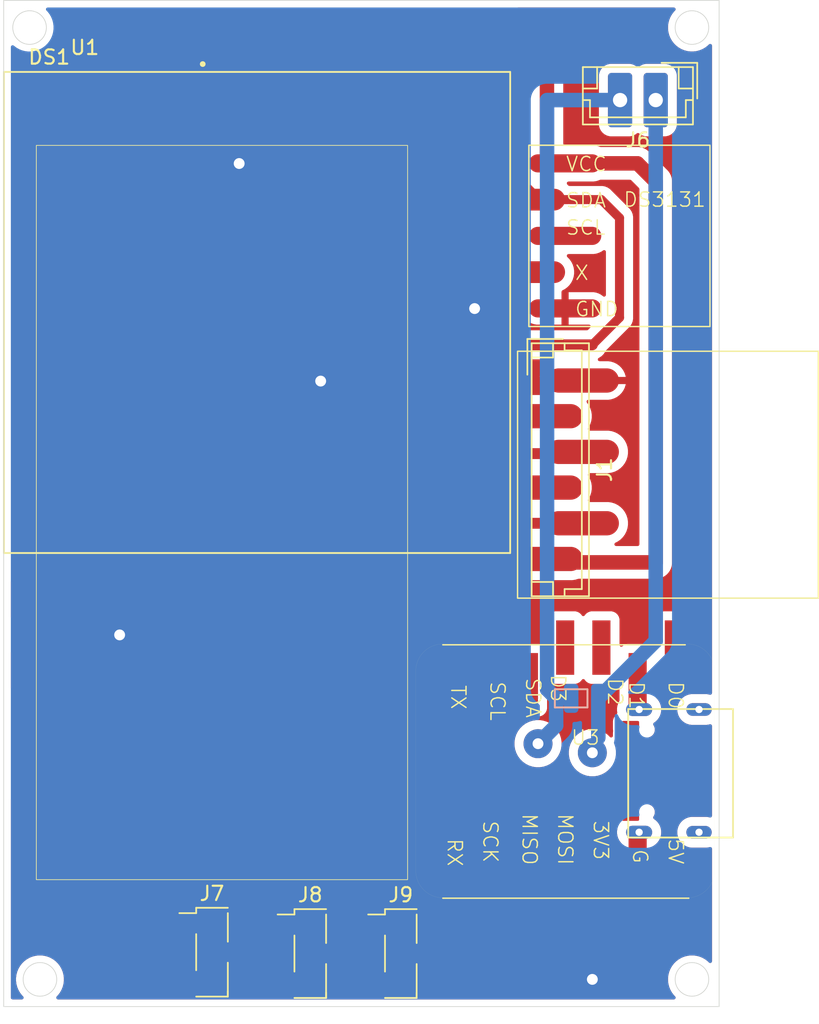
<source format=kicad_pcb>
(kicad_pcb (version 20241229) (generator "pcbnew") (generator_version "9.0")
  (layers (0 "F.Cu" signal) (2 "B.Cu" signal) (13 "F.Paste" user) (15 "B.Paste" user) (5 "F.SilkS" user "F.Silkscreen") (7 "B.SilkS" user "B.Silkscreen") (1 "F.Mask" user) (3 "B.Mask" user) (25 "Edge.Cuts" user))
  (net 0 "")
  (net 1 "GND")
  (net 2 "CLK")
  (net 3 "CS")
  (net 4 "3V3")
  (net 5 "MISO")
  (net 6 "MOSI")
  (net 7 "I2C_SCL")
  (net 8 "I2C_SDA")
  (net 9 "RX2")
  (net 10 "TX2")
  (net 11 "5V")
  (net 12 "BTN1")
  (net 13 "BTN2")
  (net 14 "BTN3")
  (net 38 "Net-(J6-Pin_2)")
  (net 39 "Net-(J6-Pin_1)")
  (footprint "DS3131:DS3231" (layer "F.Cu") (at 43.171982 15.228615)
    (property "Reference" "DS3131" (at 3.175 -1.27 0) (layer "F.SilkS") (effects (font (thickness 0.1))))
    (property "Value" "~")
    (fp_rect (start -6.35 -5.08) (end 6.35 7.62) (stroke (width 0.1)) (fill no) (layer "F.SilkS"))
    (fp_text user "GND" (at -3.175 6.985 0) (layer "F.SilkS") (effects (font (thickness 0.1)) (justify left bottom)))
    (fp_text user "SDA" (at -3.81 -0.635 0) (layer "F.SilkS") (effects (font (thickness 0.1)) (justify left bottom)))
    (fp_text user "SCL" (at -3.81 1.27 0) (layer "F.SilkS") (effects (font (thickness 0.1)) (justify left bottom)))
    (fp_text user "X" (at -3.175 4.445 0) (layer "F.SilkS") (effects (font (thickness 0.1)) (justify left bottom)))
    (fp_text user "VCC" (at -3.81 -3.175 0) (layer "F.SilkS") (effects (font (thickness 0.1)) (justify left bottom)))
    (pad "1" smd oval (at -5.08 -3.81) (size 5.08 1.27) (drill (offset 1.27 0)) (layers "F.Cu" "F.Mask" "F.Paste") (net 4 "3V3"))
    (pad "2" smd oval (at -5.08 -1.27) (size 5.08 1.524) (drill (offset -1.27 0)) (layers "F.Cu" "F.Mask" "F.Paste") (net 8 "I2C_SDA"))
    (pad "3" smd oval (at -5.08 1.27) (size 5.08 1.27) (drill (offset 1.27 0)) (layers "F.Cu" "F.Mask" "F.Paste") (net 7 "I2C_SCL"))
    (pad "4" smd oval (at -5.08 3.81) (size 5.08 1.524) (drill (offset -1.27 0)) (layers "F.Cu" "F.Mask" "F.Paste"))
    (pad "5" smd oval (at -5.08 6.35) (size 5.08 1.27) (drill (offset 1.27 0)) (layers "F.Cu" "F.Mask" "F.Paste") (net 1 "GND"))
  )
  (footprint "Connector_PinHeader_2.00mm:PinHeader_1x03_P2.00mm_Vertical_SMD_Pin1Left" (layer "F.Cu") (at 27.845 66.77)
    (property "Reference" "J9" (at 0 -4.11 0) (layer "F.SilkS"))
    (property "Value" "BTN3")
    (fp_line (start -1.11 -3.11) (end -1.11 -2.735) (stroke (width 0.12)) (layer "F.SilkS"))
    (fp_line (start -1.11 -3.11) (end 1.11 -3.11) (stroke (width 0.12)) (layer "F.SilkS"))
    (fp_line (start -1.11 -2.735) (end -2.29 -2.735) (stroke (width 0.12)) (layer "F.SilkS"))
    (fp_line (start -1.11 -1.265) (end -1.11 1.265) (stroke (width 0.12)) (layer "F.SilkS"))
    (fp_line (start -1.11 3.11) (end 1.11 3.11) (stroke (width 0.12)) (layer "F.SilkS"))
    (fp_line (start 1.11 -2.735) (end 1.11 -0.735) (stroke (width 0.12)) (layer "F.SilkS"))
    (fp_line (start 1.11 0.735) (end 1.11 3.11) (stroke (width 0.12)) (layer "F.SilkS"))
    (fp_line (start 1.11 2.735) (end 1.11 3.11) (stroke (width 0.12)) (layer "F.SilkS"))
    (pad "1" smd rect (at -1.175 -2) (size 2.35 0.85) (layers "F.Cu" "F.Mask" "F.Paste") (net 14 "BTN3"))
    (pad "2" smd rect (at 1.175 0) (size 2.35 0.85) (layers "F.Cu" "F.Mask" "F.Paste") (net 4 "3V3"))
    (pad "3" smd rect (at -1.175 2) (size 2.35 0.85) (layers "F.Cu" "F.Mask" "F.Paste") (net 1 "GND"))
  )
  (footprint "XIAO_NRF52840:XIAO_NRF52840" (layer "F.Cu") (at 40.789538 52.142962)
    (property "Reference" "U3" (at 0 -0.5 0) (layer "F.SilkS") (effects (font (thickness 0.1))))
    (property "Value" "~")
    (fp_line (start -11.897038 -5.152962) (end -11.897038 8.817038) (stroke (width 0.00254)) (layer "F.SilkS"))
    (fp_line (start -10 -7) (end 7 -7) (stroke (width 0.1)) (layer "F.SilkS"))
    (fp_line (start -10 10.75) (end 7.25 10.75) (stroke (width 0.1)) (layer "F.SilkS"))
    (fp_line (start 3 -2.5) (end 10.35 -2.5) (stroke (width 0.127)) (layer "F.SilkS"))
    (fp_line (start 3 6.5) (end 3 -2.5) (stroke (width 0.127)) (layer "F.SilkS"))
    (fp_line (start 9.057962 8.817038) (end 9.057962 -5.152962) (stroke (width 0.00254)) (layer "F.SilkS"))
    (fp_line (start 10.35 -2.5) (end 10.35 6.5) (stroke (width 0.127)) (layer "F.SilkS"))
    (fp_line (start 10.35 6.5) (end 3 6.5) (stroke (width 0.127)) (layer "F.SilkS"))
    (fp_arc (start -11.897038 -5.152962) (mid -11.339076 -6.5) (end -9.992038 -7.057962) (stroke (width 0.00254)) (layer "F.SilkS"))
    (fp_arc (start -9.992038 10.722038) (mid -11.339076 10.164076) (end -11.897038 8.817038) (stroke (width 0.00254)) (layer "F.SilkS"))
    (fp_arc (start 7.152962 -7.057962) (mid 8.5 -6.5) (end 9.057962 -5.152962) (stroke (width 0.00254)) (layer "F.SilkS"))
    (fp_arc (start 9.057962 8.817038) (mid 8.5 10.164076) (end 7.152962 10.722038) (stroke (width 0.00254)) (layer "F.SilkS"))
    (fp_line (start -2.143 -3.885) (end -2.143 -2.615) (stroke (width 0.127)) (layer "B.SilkS"))
    (fp_line (start -2.143 -3.885) (end -2.143 -2.615) (stroke (width 0.127)) (layer "B.SilkS"))
    (fp_line (start -2.143 -2.615) (end 0.143 -2.615) (stroke (width 0.127)) (layer "B.SilkS"))
    (fp_line (start -2.143 -2.615) (end 0.143 -2.615) (stroke (width 0.127)) (layer "B.SilkS"))
    (fp_line (start 0.143 -3.885) (end -2.143 -3.885) (stroke (width 0.127)) (layer "B.SilkS"))
    (fp_line (start 0.143 -3.885) (end -2.143 -3.885) (stroke (width 0.127)) (layer "B.SilkS"))
    (fp_line (start 0.143 -2.615) (end 0.143 -3.885) (stroke (width 0.127)) (layer "B.SilkS"))
    (fp_line (start 0.143 -2.615) (end 0.143 -3.885) (stroke (width 0.127)) (layer "B.SilkS"))
    (fp_text user "MOSI" (at -2 4.75 270) (layer "F.SilkS") (effects (font (thickness 0.1)) (justify left bottom)))
    (fp_text user "D0" (at 5.75 -4.5 270) (layer "F.SilkS") (effects (font (thickness 0.1)) (justify left bottom)))
    (fp_text user "5V" (at 5.75 6.5 270) (layer "F.SilkS") (effects (font (thickness 0.1)) (justify left bottom)))
    (fp_text user "3V3" (at 0.5 5.25 270) (layer "F.SilkS") (effects (font (thickness 0.1)) (justify left bottom)))
    (fp_text user "D2" (at 1.5 -4.75 270) (layer "F.SilkS") (effects (font (thickness 0.1)) (justify left bottom)))
    (fp_text user "SCK" (at -7.25 5.25 270) (layer "F.SilkS") (effects (font (thickness 0.1)) (justify left bottom)))
    (fp_text user "D3" (at -2.5 -5 270) (layer "F.SilkS") (effects (font (thickness 0.1)) (justify left bottom)))
    (fp_text user "TX" (at -9.5 -4.25 270) (layer "F.SilkS") (effects (font (thickness 0.1)) (justify left bottom)))
    (fp_text user "MISO" (at -4.5 4.75 270) (layer "F.SilkS") (effects (font (thickness 0.1)) (justify left bottom)))
    (fp_text user "SDA" (at -4.25 -4.75 270) (layer "F.SilkS") (effects (font (thickness 0.1)) (justify left bottom)))
    (fp_text user "G" (at 3.25 7.25 270) (layer "F.SilkS") (effects (font (thickness 0.1)) (justify left bottom)))
    (fp_text user "D1" (at 3 -4.5 270) (layer "F.SilkS") (effects (font (thickness 0.1)) (justify left bottom)))
    (fp_text user "SCL" (at -6.75 -4.5 270) (layer "F.SilkS") (effects (font (thickness 0.1)) (justify left bottom)))
    (fp_text user "RX" (at -9.75 6.5 270) (layer "F.SilkS") (effects (font (thickness 0.1)) (justify left bottom)))
    (pad "" np_thru_hole circle (at 4.315962 -1.057962 180) (size 0.6 0.6) (drill 0.6) (layers "*.Cu" "*.Mask"))
    (pad "" np_thru_hole circle (at 4.315962 4.722038 180) (size 0.6 0.6) (drill 0.6) (layers "*.Cu" "*.Mask"))
    (pad "1" smd rect (at -9.039538 9.452038) (size 1.27 3.81) (drill (offset 0 1.27)) (layers "F.Cu" "F.Mask" "F.Paste"))
    (pad "2" smd rect (at -6.499538 9.452038) (size 1.27 3.81) (drill (offset 0 -1.016)) (layers "F.Cu" "F.Mask" "F.Paste"))
    (pad "3" smd rect (at -3.959538 9.452038) (size 1.27 3.81) (drill (offset 0 1.27)) (layers "F.Cu" "F.Mask" "F.Paste"))
    (pad "4" smd rect (at -1.419538 9.452038) (size 1.27 3.81) (drill (offset 0 -1.016)) (layers "F.Cu" "F.Mask" "F.Paste"))
    (pad "5" smd rect (at 1.120462 9.452038) (size 1.27 3.81) (drill (offset 0 1.27)) (layers "F.Cu" "F.Mask" "F.Paste") (net 4 "3V3"))
    (pad "6" smd rect (at 3.660462 9.452038) (size 1.27 3.81) (drill (offset 0 -1.016)) (layers "F.Cu" "F.Mask" "F.Paste") (net 1 "GND"))
    (pad "7" smd rect (at 6.200462 9.452038) (size 1.27 3.81) (drill (offset 0 1.27)) (layers "F.Cu" "F.Mask" "F.Paste"))
    (pad "8" smd rect (at -9.039538 -5.787962) (size 1.27 3.81) (drill (offset 0 1.27)) (layers "F.Cu" "F.Mask" "F.Paste") (net 9 "RX2"))
    (pad "9" smd rect (at -6.499538 -5.787962) (size 1.27 3.81) (drill (offset 0 -1.016)) (layers "F.Cu" "F.Mask" "F.Paste"))
    (pad "10" smd rect (at -3.959538 -5.787962) (size 1.27 3.81) (drill (offset 0 1.27)) (layers "F.Cu" "F.Mask" "F.Paste"))
    (pad "11" smd rect (at -1.419538 -5.787962) (size 1.27 3.81) (drill (offset 0 -1.016)) (layers "F.Cu" "F.Mask" "F.Paste"))
    (pad "12" smd rect (at 1.120462 -5.787962) (size 1.27 3.81) (drill (offset 0 -1.016)) (layers "F.Cu" "F.Mask" "F.Paste"))
    (pad "13" smd rect (at 3.660462 -5.787962) (size 1.27 3.81) (drill (offset 0 1.27)) (layers "F.Cu" "F.Mask" "F.Paste"))
    (pad "14" smd rect (at 6.200462 -5.787962) (size 1.27 3.81) (drill (offset 0 -1.016)) (layers "F.Cu" "F.Mask" "F.Paste"))
    (pad "15" smd roundrect (at -1 -3.25 270) (size 2.032 1.016) (layers "B.Cu" "B.Mask" "B.Paste") (net 38 "Net-(J6-Pin_2)"))
    (pad "16" smd roundrect (at 0.905 -3.25 90) (size 2.032 1.016) (layers "B.Cu" "B.Mask" "B.Paste") (net 39 "Net-(J6-Pin_1)"))
    (pad "A1_B12" smd roundrect (at 3.165962 5.032038 180) (size 1.2 0.6) (layers "F.Cu" "F.Mask" "F.Paste") (roundrect_rratio 0.15))
    (pad "A4_B9" smd roundrect (at 3.165962 4.232038 180) (size 1.2 0.6) (layers "F.Cu" "F.Mask" "F.Paste") (roundrect_rratio 0.15))
    (pad "A5" smd roundrect (at 3.165962 3.082038 180) (size 1.2 0.3) (layers "F.Cu" "F.Mask" "F.Paste") (roundrect_rratio 0.15))
    (pad "A6" smd roundrect (at 3.165962 2.082038 180) (size 1.2 0.3) (layers "F.Cu" "F.Mask" "F.Paste") (roundrect_rratio 0.15))
    (pad "A7" smd roundrect (at 3.165962 1.582038 180) (size 1.2 0.3) (layers "F.Cu" "F.Mask" "F.Paste") (roundrect_rratio 0.15))
    (pad "A8" smd roundrect (at 3.165962 0.582038 180) (size 1.2 0.3) (layers "F.Cu" "F.Mask" "F.Paste") (roundrect_rratio 0.15))
    (pad "B1_A12" smd roundrect (at 3.165962 -1.367962 180) (size 1.2 0.6) (layers "F.Cu" "F.Mask" "F.Paste") (roundrect_rratio 0.15))
    (pad "B4_A9" smd roundrect (at 3.165962 -0.567962 180) (size 1.2 0.6) (layers "F.Cu" "F.Mask" "F.Paste") (roundrect_rratio 0.15))
    (pad "B5" smd roundrect (at 3.165962 0.082038 180) (size 1.2 0.3) (layers "F.Cu" "F.Mask" "F.Paste") (roundrect_rratio 0.15))
    (pad "B6" smd roundrect (at 3.165962 1.082038 180) (size 1.2 0.3) (layers "F.Cu" "F.Mask" "F.Paste") (roundrect_rratio 0.15))
    (pad "B7" smd roundrect (at 3.165962 2.582038 180) (size 1.2 0.3) (layers "F.Cu" "F.Mask" "F.Paste") (roundrect_rratio 0.15))
    (pad "B8" smd roundrect (at 3.165962 3.582038 180) (size 1.2 0.3) (layers "F.Cu" "F.Mask" "F.Paste") (roundrect_rratio 0.15))
    (pad "S1" thru_hole oval (at 7.965962 6.132038 180) (size 1.778 0.889) (drill 0.508) (layers "*.Cu" "*.Mask"))
    (pad "S2" thru_hole oval (at 7.965962 -2.467962 180) (size 1.778 0.889) (drill 0.508) (layers "*.Cu" "*.Mask"))
    (pad "S3" thru_hole oval (at 3.765962 6.132038 180) (size 1.8288 0.9144) (drill 0.508) (layers "*.Cu" "*.Mask"))
    (pad "S4" thru_hole oval (at 3.765962 -2.467962 180) (size 1.8288 0.9144) (drill 0.508) (layers "*.Cu" "*.Mask"))
  )
  (footprint "OLED_128x64_1.3_I2C:LCD_OLED_128X64_1.3_I2C" (layer "F.Cu") (at 17.763965 21.863013)
    (property "Reference" "DS1" (at -14.575 -17.885 0) (layer "F.SilkS"))
    (property "Value" "OLED_128X64_1.3_I2C")
    (fp_line (start -17.75 -16.85) (end 17.75 -16.85) (stroke (width 0.127)) (layer "F.SilkS"))
    (fp_line (start -17.75 16.85) (end -17.75 -16.85) (stroke (width 0.127)) (layer "F.SilkS"))
    (fp_line (start 17.75 -16.85) (end 17.75 16.85) (stroke (width 0.127)) (layer "F.SilkS"))
    (fp_line (start 17.75 16.85) (end -17.75 16.85) (stroke (width 0.127)) (layer "F.SilkS"))
    (fp_circle (center -3.81 -17.4) (end -3.71 -17.4) (stroke (width 0.2)) (fill no) (layer "F.SilkS"))
    (pad "1" smd oval (at -3.81 -15.55) (size 1.524 5.08) (drill (offset 0 1.27)) (layers "F.Cu" "F.Mask" "F.Paste") (net 4 "3V3"))
    (pad "2" smd oval (at -1.27 -15.55) (size 1.524 5.08) (drill (offset 0 -1.27)) (layers "F.Cu" "F.Mask" "F.Paste") (net 1 "GND"))
    (pad "3" smd oval (at 1.27 -15.55) (size 1.524 5.08) (drill (offset 0 1.27)) (layers "F.Cu" "F.Mask" "F.Paste") (net 7 "I2C_SCL"))
    (pad "4" smd oval (at 3.81 -15.55) (size 1.524 5.08) (drill (offset 0 -1.27)) (layers "F.Cu" "F.Mask" "F.Paste") (net 8 "I2C_SDA"))
  )
  (footprint "Connector_JST:JST_EH_B2B-EH-A_1x02_P2.50mm_Vertical" (layer "F.Cu") (at 45.72 6.985 180)
    (property "Reference" "J6" (at 1.25 -2.8 0) (layer "F.SilkS"))
    (property "Value" "PWR")
    (fp_line (start 5.11 2.31) (end 5.11 -1.71) (stroke (width 0.12)) (layer "F.SilkS"))
    (fp_line (start 5.11 0.81) (end 4.11 0.81) (stroke (width 0.12)) (layer "F.SilkS"))
    (fp_line (start 5.11 -1.71) (end -2.61 -1.71) (stroke (width 0.12)) (layer "F.SilkS"))
    (fp_line (start 4.61 0) (end 5.11 0) (stroke (width 0.12)) (layer "F.SilkS"))
    (fp_line (start 4.61 -1.21) (end 4.61 0) (stroke (width 0.12)) (layer "F.SilkS"))
    (fp_line (start 4.11 0.81) (end 4.11 2.31) (stroke (width 0.12)) (layer "F.SilkS"))
    (fp_line (start -1.61 0.81) (end -1.61 2.31) (stroke (width 0.12)) (layer "F.SilkS"))
    (fp_line (start -2.11 0) (end -2.11 -1.21) (stroke (width 0.12)) (layer "F.SilkS"))
    (fp_line (start -2.11 -1.21) (end 4.61 -1.21) (stroke (width 0.12)) (layer "F.SilkS"))
    (fp_line (start -2.61 2.31) (end 5.11 2.31) (stroke (width 0.12)) (layer "F.SilkS"))
    (fp_line (start -2.61 0.81) (end -1.61 0.81) (stroke (width 0.12)) (layer "F.SilkS"))
    (fp_line (start -2.61 0) (end -2.11 0) (stroke (width 0.12)) (layer "F.SilkS"))
    (fp_line (start -2.61 -1.71) (end -2.61 2.31) (stroke (width 0.12)) (layer "F.SilkS"))
    (fp_line (start -2.91 2.61) (end -0.41 2.61) (stroke (width 0.12)) (layer "F.SilkS"))
    (fp_line (start -2.91 0.11) (end -2.91 2.61) (stroke (width 0.12)) (layer "F.SilkS"))
    (pad "1" thru_hole roundrect (at 0 0 180) (size 1.7 3.81) (drill 1) (layers "*.Cu" "*.Mask") (roundrect_rratio 0.147059) (net 39 "Net-(J6-Pin_1)"))
    (pad "2" thru_hole roundrect (at 2.5 0 180) (size 1.7 3.81) (drill 1) (layers "*.Cu" "*.Mask") (roundrect_rratio 0.147059) (net 38 "Net-(J6-Pin_2)"))
  )
  (footprint "Connector_PinHeader_2.00mm:PinHeader_1x03_P2.00mm_Vertical_SMD_Pin1Left" (layer "F.Cu") (at 14.605 66.675)
    (property "Reference" "J7" (at 0 -4.11 0) (layer "F.SilkS"))
    (property "Value" "BTN1")
    (fp_line (start -1.11 -3.11) (end -1.11 -2.735) (stroke (width 0.12)) (layer "F.SilkS"))
    (fp_line (start -1.11 -3.11) (end 1.11 -3.11) (stroke (width 0.12)) (layer "F.SilkS"))
    (fp_line (start -1.11 -2.735) (end -2.29 -2.735) (stroke (width 0.12)) (layer "F.SilkS"))
    (fp_line (start -1.11 -1.265) (end -1.11 1.265) (stroke (width 0.12)) (layer "F.SilkS"))
    (fp_line (start -1.11 3.11) (end 1.11 3.11) (stroke (width 0.12)) (layer "F.SilkS"))
    (fp_line (start 1.11 -2.735) (end 1.11 -0.735) (stroke (width 0.12)) (layer "F.SilkS"))
    (fp_line (start 1.11 0.735) (end 1.11 3.11) (stroke (width 0.12)) (layer "F.SilkS"))
    (fp_line (start 1.11 2.735) (end 1.11 3.11) (stroke (width 0.12)) (layer "F.SilkS"))
    (pad "1" smd rect (at -1.175 -2) (size 2.35 0.85) (layers "F.Cu" "F.Mask" "F.Paste") (net 12 "BTN1"))
    (pad "2" smd rect (at 1.175 0) (size 2.35 0.85) (layers "F.Cu" "F.Mask" "F.Paste") (net 4 "3V3"))
    (pad "3" smd rect (at -1.175 2) (size 2.35 0.85) (layers "F.Cu" "F.Mask" "F.Paste") (net 1 "GND"))
  )
  (footprint "Connector_PinHeader_2.00mm:PinHeader_1x03_P2.00mm_Vertical_SMD_Pin1Left" (layer "F.Cu") (at 21.495 66.77)
    (property "Reference" "J8" (at 0 -4.11 0) (layer "F.SilkS"))
    (property "Value" "BTN2")
    (fp_line (start -1.11 -3.11) (end -1.11 -2.735) (stroke (width 0.12)) (layer "F.SilkS"))
    (fp_line (start -1.11 -3.11) (end 1.11 -3.11) (stroke (width 0.12)) (layer "F.SilkS"))
    (fp_line (start -1.11 -2.735) (end -2.29 -2.735) (stroke (width 0.12)) (layer "F.SilkS"))
    (fp_line (start -1.11 -1.265) (end -1.11 1.265) (stroke (width 0.12)) (layer "F.SilkS"))
    (fp_line (start -1.11 3.11) (end 1.11 3.11) (stroke (width 0.12)) (layer "F.SilkS"))
    (fp_line (start 1.11 -2.735) (end 1.11 -0.735) (stroke (width 0.12)) (layer "F.SilkS"))
    (fp_line (start 1.11 0.735) (end 1.11 3.11) (stroke (width 0.12)) (layer "F.SilkS"))
    (fp_line (start 1.11 2.735) (end 1.11 3.11) (stroke (width 0.12)) (layer "F.SilkS"))
    (pad "1" smd rect (at -1.175 -2) (size 2.35 0.85) (layers "F.Cu" "F.Mask" "F.Paste") (net 13 "BTN2"))
    (pad "2" smd rect (at 1.175 0) (size 2.35 0.85) (layers "F.Cu" "F.Mask" "F.Paste") (net 4 "3V3"))
    (pad "3" smd rect (at -1.175 2) (size 2.35 0.85) (layers "F.Cu" "F.Mask" "F.Paste") (net 1 "GND"))
  )
  (footprint "ESP32-DEVKITC-32D:MODULE_ESP32-DEVKITC-32D" (layer "F.Cu") (at 16.51 31.75)
    (property "Reference" "U1" (at -10.829175 -28.446045 0) (layer "F.SilkS") (effects (font (size 1.000386 1.000386))))
    (property "Value" "ESP32-DEVKITC-32D")
    (fp_rect (start -14.224 -21.59) (end 11.811 29.845) (stroke (width 0.05)) (fill no) (layer "F.SilkS"))
    (pad "J2-1" smd rect (at -12.7 -20.32) (size 3.81 1.27) (drill (offset 1.27 0)) (layers "F.Cu" "F.Mask" "F.Paste") (net 4 "3V3"))
    (pad "J2-2" smd rect (at -12.7 -17.78) (size 3.81 1.27) (drill (offset -1.27 0)) (layers "F.Cu" "F.Mask" "F.Paste"))
    (pad "J2-3" smd rect (at -12.7 -15.24) (size 3.81 1.27) (drill (offset 1.27 0)) (layers "F.Cu" "F.Mask" "F.Paste"))
    (pad "J2-4" smd rect (at -12.7 -12.7) (size 3.81 1.27) (drill (offset -1.27 0)) (layers "F.Cu" "F.Mask" "F.Paste"))
    (pad "J2-5" smd rect (at -12.7 -10.16) (size 3.81 1.27) (drill (offset 1.27 0)) (layers "F.Cu" "F.Mask" "F.Paste"))
    (pad "J2-6" smd rect (at -12.7 -7.62) (size 3.81 1.27) (drill (offset -1.27 0)) (layers "F.Cu" "F.Mask" "F.Paste"))
    (pad "J2-7" smd rect (at -12.7 -5.08) (size 3.81 1.27) (drill (offset 1.27 0)) (layers "F.Cu" "F.Mask" "F.Paste"))
    (pad "J2-8" smd rect (at -12.7 -2.54) (size 3.81 1.27) (drill (offset -1.27 0)) (layers "F.Cu" "F.Mask" "F.Paste"))
    (pad "J2-9" smd rect (at -12.7 0) (size 3.81 1.27) (drill (offset 1.27 0)) (layers "F.Cu" "F.Mask" "F.Paste"))
    (pad "J2-10" smd rect (at -12.7 2.54) (size 3.81 1.27) (drill (offset -1.27 0)) (layers "F.Cu" "F.Mask" "F.Paste"))
    (pad "J2-11" smd rect (at -12.7 5.08) (size 3.81 1.27) (drill (offset 1.27 0)) (layers "F.Cu" "F.Mask" "F.Paste"))
    (pad "J2-12" smd rect (at -12.7 7.62) (size 3.81 1.27) (drill (offset -1.27 0)) (layers "F.Cu" "F.Mask" "F.Paste"))
    (pad "J2-13" smd rect (at -12.7 10.16) (size 3.81 1.27) (drill (offset 1.27 0)) (layers "F.Cu" "F.Mask" "F.Paste"))
    (pad "J2-14" smd rect (at -12.7 12.7) (size 3.81 1.27) (drill (offset -1.27 0)) (layers "F.Cu" "F.Mask" "F.Paste") (net 1 "GND"))
    (pad "J2-15" smd rect (at -12.7 15.24) (size 3.81 1.27) (drill (offset 1.27 0)) (layers "F.Cu" "F.Mask" "F.Paste"))
    (pad "J2-16" smd rect (at -12.7 17.78) (size 3.81 1.27) (drill (offset -1.27 0)) (layers "F.Cu" "F.Mask" "F.Paste"))
    (pad "J2-17" smd rect (at -12.7 20.32) (size 3.81 1.27) (drill (offset 1.27 0)) (layers "F.Cu" "F.Mask" "F.Paste"))
    (pad "J2-18" smd rect (at -12.7 22.86) (size 3.81 1.27) (drill (offset -1.27 0)) (layers "F.Cu" "F.Mask" "F.Paste"))
    (pad "J2-19" smd rect (at -12.7 25.4) (size 3.81 1.27) (drill (offset 1.27 0)) (layers "F.Cu" "F.Mask" "F.Paste") (net 11 "5V"))
    (pad "J3-1" smd rect (at 10.16 -20.32) (size 3.81 1.27) (drill (offset 1.27 0)) (layers "F.Cu" "F.Mask" "F.Paste") (net 1 "GND"))
    (pad "J3-2" smd rect (at 10.16 -17.78) (size 3.81 1.27) (drill (offset -1.27 0)) (layers "F.Cu" "F.Mask" "F.Paste") (net 6 "MOSI"))
    (pad "J3-3" smd rect (at 10.16 -15.24) (size 3.81 1.27) (drill (offset 1.27 0)) (layers "F.Cu" "F.Mask" "F.Paste") (net 7 "I2C_SCL"))
    (pad "J3-4" smd rect (at 10.16 -12.7) (size 3.81 1.27) (drill (offset -1.27 0)) (layers "F.Cu" "F.Mask" "F.Paste"))
    (pad "J3-5" smd rect (at 10.16 -10.16) (size 3.81 1.27) (drill (offset 1.27 0)) (layers "F.Cu" "F.Mask" "F.Paste"))
    (pad "J3-6" smd rect (at 10.16 -7.62) (size 3.81 1.27) (drill (offset -1.27 0)) (layers "F.Cu" "F.Mask" "F.Paste") (net 8 "I2C_SDA"))
    (pad "J3-7" smd rect (at 10.16 -5.08) (size 3.81 1.27) (drill (offset 1.27 0)) (layers "F.Cu" "F.Mask" "F.Paste") (net 1 "GND"))
    (pad "J3-8" smd rect (at 10.16 -2.54) (size 3.81 1.27) (drill (offset -1.27 0)) (layers "F.Cu" "F.Mask" "F.Paste") (net 5 "MISO"))
    (pad "J3-9" smd rect (at 10.16 0) (size 3.81 1.016) (drill (offset 1.27 0)) (layers "F.Cu" "F.Mask" "F.Paste") (net 2 "CLK"))
    (pad "J3-10" smd rect (at 10.16 2.54) (size 3.81 1.016) (drill (offset -1.27 0)) (layers "F.Cu" "F.Mask" "F.Paste") (net 3 "CS"))
    (pad "J3-11" smd rect (at 10.16 5.08) (size 3.81 1.27) (drill (offset 1.27 0)) (layers "F.Cu" "F.Mask" "F.Paste") (net 10 "TX2"))
    (pad "J3-12" smd rect (at 10.16 7.62) (size 3.81 1.27) (drill (offset -1.27 0)) (layers "F.Cu" "F.Mask" "F.Paste") (net 9 "RX2"))
    (pad "J3-13" smd rect (at 10.16 10.16) (size 3.81 1.27) (drill (offset 1.27 0)) (layers "F.Cu" "F.Mask" "F.Paste") (net 12 "BTN1"))
    (pad "J3-14" smd rect (at 10.16 12.7) (size 3.81 1.27) (drill (offset -1.27 0)) (layers "F.Cu" "F.Mask" "F.Paste") (net 13 "BTN2"))
    (pad "J3-15" smd rect (at 10.16 15.24) (size 3.81 1.27) (drill (offset 1.27 0)) (layers "F.Cu" "F.Mask" "F.Paste") (net 14 "BTN3"))
    (pad "J3-16" smd rect (at 10.16 17.78) (size 3.81 1.27) (drill (offset -1.27 0)) (layers "F.Cu" "F.Mask" "F.Paste"))
    (pad "J3-17" smd rect (at 10.16 20.32) (size 3.81 1.27) (drill (offset 1.27 0)) (layers "F.Cu" "F.Mask" "F.Paste"))
    (pad "J3-18" smd rect (at 10.16 22.86) (size 3.81 1.27) (drill (offset -1.27 0)) (layers "F.Cu" "F.Mask" "F.Paste"))
    (pad "J3-19" smd rect (at 10.16 25.4) (size 3.81 1.27) (drill (offset 1.27 0)) (layers "F.Cu" "F.Mask" "F.Paste"))
  )
  (footprint "Connector_JST:JST_EH_B6B-EH-A_1x06_P2.50mm_Vertical" (layer "F.Cu") (at 39.328363 26.629913 -90)
    (property "Reference" "J1" (at 6.25 -2.8 90) (layer "F.SilkS"))
    (property "Value" "Conn_01x06_Socket")
    (fp_line (start -2.91 2.61) (end -0.41 2.61) (stroke (width 0.12)) (layer "F.SilkS"))
    (fp_line (start -2.61 2.31) (end 15.11 2.31) (stroke (width 0.12)) (layer "F.SilkS"))
    (fp_line (start 15.11 2.31) (end 15.11 -1.71) (stroke (width 0.12)) (layer "F.SilkS"))
    (fp_line (start -2.61 0.81) (end -1.61 0.81) (stroke (width 0.12)) (layer "F.SilkS"))
    (fp_line (start -1.61 0.81) (end -1.61 2.31) (stroke (width 0.12)) (layer "F.SilkS"))
    (fp_line (start 14.11 0.81) (end 14.11 2.31) (stroke (width 0.12)) (layer "F.SilkS"))
    (fp_line (start 15.11 0.81) (end 14.11 0.81) (stroke (width 0.12)) (layer "F.SilkS"))
    (fp_line (start -2.91 0.11) (end -2.91 2.61) (stroke (width 0.12)) (layer "F.SilkS"))
    (fp_line (start -2.61 0) (end -2.11 0) (stroke (width 0.12)) (layer "F.SilkS"))
    (fp_line (start -2.11 0) (end -2.11 -1.21) (stroke (width 0.12)) (layer "F.SilkS"))
    (fp_line (start 14.61 0) (end 15.11 0) (stroke (width 0.12)) (layer "F.SilkS"))
    (fp_line (start -2.11 -1.21) (end 14.61 -1.21) (stroke (width 0.12)) (layer "F.SilkS"))
    (fp_line (start 14.61 -1.21) (end 14.61 0) (stroke (width 0.12)) (layer "F.SilkS"))
    (fp_line (start -2.61 -1.71) (end -2.61 2.31) (stroke (width 0.12)) (layer "F.SilkS"))
    (fp_line (start 15.11 -1.71) (end -2.61 -1.71) (stroke (width 0.12)) (layer "F.SilkS"))
    (pad "1" smd oval (at 0 0 270) (size 1.7 5.08) (drill (offset 0 -1.27)) (layers "F.Cu" "F.Mask" "F.Paste") (net 1 "GND"))
    (pad "2" smd oval (at 2.5 0 270) (size 1.7 5.08) (drill (offset 0 1.27)) (layers "F.Cu" "F.Mask" "F.Paste") (net 5 "MISO"))
    (pad "3" smd oval (at 5 0 270) (size 1.7 5.08) (drill (offset 0 -1.27)) (layers "F.Cu" "F.Mask" "F.Paste") (net 2 "CLK"))
    (pad "4" smd oval (at 7.5 0 270) (size 1.7 5.08) (drill (offset 0 1.27)) (layers "F.Cu" "F.Mask" "F.Paste") (net 6 "MOSI"))
    (pad "5" smd oval (at 10 0 270) (size 1.7 5.08) (drill (offset 0 -1.27)) (layers "F.Cu" "F.Mask" "F.Paste") (net 3 "CS"))
    (pad "6" smd oval (at 12.5 0 270) (size 1.7 5.08) (drill (offset 0 1.27)) (layers "F.Cu" "F.Mask" "F.Paste") (net 4 "3V3"))
  )
  (gr_rect (start 36.031297 24.57983) (end 57.121297 41.87483) (stroke (width 0.1)) (fill no) (layer "F.SilkS"))
  (gr_circle (center 1.813026 1.905) (end 1.360418 2.992608) (stroke (width 0.05)) (fill no) (layer "Edge.Cuts"))
  (gr_circle (center 2.54 68.58) (end 2.087392 69.667608) (stroke (width 0.05)) (fill no) (layer "Edge.Cuts"))
  (gr_rect (start 0 0) (end 50.165 70.485) (stroke (width 0.05)) (fill no) (layer "Edge.Cuts"))
  (gr_circle (center 48.26 68.58) (end 47.807392 69.667608) (stroke (width 0.05)) (fill no) (layer "Edge.Cuts"))
  (gr_circle (center 48.26 1.905) (end 47.807392 2.992608) (stroke (width 0.05)) (fill no) (layer "Edge.Cuts"))
  (segment (start 13.43 68.675) (end 20.225 68.675) (width 0.635) (layer "F.Cu") (net 1))
  (segment (start 20.32 68.77) (end 26.67 68.77) (width 0.635) (layer "F.Cu") (net 1))
  (segment (start 3.81 44.45) (end 8.128 44.45) (width 0.635) (layer "F.Cu") (net 1))
  (segment (start 20.225 68.675) (end 20.32 68.77) (width 0.635) (layer "F.Cu") (net 1))
  (segment (start 22.225 26.67) (end 26.67 26.67) (width 0.635) (layer "F.Cu") (net 1))
  (segment (start 16.493965 11.413965) (end 16.51 11.43) (width 0.635) (layer "F.Cu") (net 1))
  (segment (start 26.67 68.77) (end 41.085 68.77) (width 0.635) (layer "F.Cu") (net 1))
  (segment (start 38.080597 21.59) (end 38.091982 21.578615) (width 0.635) (layer "F.Cu") (net 1))
  (segment (start 26.67 26.67) (end 39.288276 26.67) (width 0.635) (layer "F.Cu") (net 1))
  (segment (start 44.45 65.405) (end 44.45 61.595) (width 0.635) (layer "F.Cu") (net 1))
  (segment (start 16.493965 6.313013) (end 16.493965 11.413965) (width 0.635) (layer "F.Cu") (net 1))
  (segment (start 41.275 68.58) (end 44.45 65.405) (width 0.635) (layer "F.Cu") (net 1))
  (segment (start 33.02 21.59) (end 38.080597 21.59) (width 0.635) (layer "F.Cu") (net 1))
  (segment (start 16.51 11.43) (end 26.67 11.43) (width 0.635) (layer "F.Cu") (net 1))
  (segment (start 39.288276 26.67) (end 39.328363 26.629913) (width 0.635) (layer "F.Cu") (net 1))
  (segment (start 41.085 68.77) (end 41.275 68.58) (width 0.635) (layer "F.Cu") (net 1))
  (via (at 16.51 11.43) (size 2.032) (drill 0.762) (layers "F.Cu" "B.Cu") (net 1))
  (via (at 41.275 68.58) (size 2.032) (drill 0.762) (layers "F.Cu" "B.Cu") (net 1))
  (via (at 22.225 26.67) (size 2.032) (drill 0.762) (layers "F.Cu" "B.Cu") (net 1))
  (via (at 33.02 21.59) (size 2.032) (drill 0.762) (layers "F.Cu" "B.Cu") (net 1))
  (via (at 8.128 44.45) (size 2.032) (drill 0.762) (layers "F.Cu" "B.Cu") (net 1))
  (segment (start 26.67 31.75) (end 39.208276 31.75) (width 0.762) (layer "F.Cu") (net 2))
  (segment (start 39.208276 31.75) (end 39.328363 31.629913) (width 0.635) (layer "F.Cu") (net 2))
  (segment (start 31.75 34.29) (end 34.089913 36.629913) (width 0.762) (layer "F.Cu") (net 3))
  (segment (start 26.67 34.29) (end 31.75 34.29) (width 0.762) (layer "F.Cu") (net 3))
  (segment (start 34.089913 36.629913) (end 39.328363 36.629913) (width 0.762) (layer "F.Cu") (net 3))
  (segment (start 8.255 11.43) (end 7.62 11.43) (width 1.016) (layer "F.Cu") (net 4))
  (segment (start 7.874 11.43) (end 10.668 14.224) (width 1.016) (layer "F.Cu") (net 4))
  (segment (start 38.091982 11.418615) (end 44.438615 11.418615) (width 1.016) (layer "F.Cu") (net 4))
  (segment (start 22.67 66.77) (end 15.875 66.77) (width 1.016) (layer "F.Cu") (net 4))
  (segment (start 14.605 1.27) (end 34.925 1.27) (width 1.016) (layer "F.Cu") (net 4))
  (segment (start 10.668 14.224) (end 10.668 57.404) (width 1.016) (layer "F.Cu") (net 4))
  (segment (start 10.668 57.404) (end 10.16 57.912) (width 1.016) (layer "F.Cu") (net 4))
  (segment (start 34.925 1.27) (end 38.1 4.445) (width 1.016) (layer "F.Cu") (net 4))
  (segment (start 13.953965 1.921035) (end 14.605 1.27) (width 1.016) (layer "F.Cu") (net 4))
  (segment (start 38.091982 4.453018) (end 38.091982 11.418615) (width 1.016) (layer "F.Cu") (net 4))
  (segment (start 29.02 66.77) (end 22.67 66.77) (width 1.016) (layer "F.Cu") (net 4))
  (segment (start 45.72 39.37) (end 39.56845 39.37) (width 1.016) (layer "F.Cu") (net 4))
  (segment (start 7.62 11.43) (end 3.81 11.43) (width 1.016) (layer "F.Cu") (net 4))
  (segment (start 45.72 12.7) (end 45.72 39.37) (width 1.016) (layer "F.Cu") (net 4))
  (segment (start 7.62 11.43) (end 7.874 11.43) (width 1.016) (layer "F.Cu") (net 4))
  (segment (start 41.91 64.135) (end 39.37 66.675) (width 1.016) (layer "F.Cu") (net 4))
  (segment (start 39.37 66.675) (end 29.75 66.675) (width 1.016) (layer "F.Cu") (net 4))
  (segment (start 13.953965 6.313013) (end 13.371987 6.313013) (width 0.635) (layer "F.Cu") (net 4))
  (segment (start 13.371987 6.313013) (end 8.255 11.43) (width 1.016) (layer "F.Cu") (net 4))
  (segment (start 39.56845 39.37) (end 39.328363 39.129913) (width 0.635) (layer "F.Cu") (net 4))
  (segment (start 41.91 61.595) (end 41.91 64.135) (width 0.635) (layer "F.Cu") (net 4))
  (segment (start 38.1 4.445) (end 38.091982 4.453018) (width 0.635) (layer "F.Cu") (net 4))
  (segment (start 13.953965 6.313013) (end 13.953965 1.921035) (width 1.016) (layer "F.Cu") (net 4))
  (segment (start 10.16 66.04) (end 10.16 57.912) (width 1.016) (layer "F.Cu") (net 4))
  (segment (start 15.875 66.77) (end 15.78 66.675) (width 0.635) (layer "F.Cu") (net 4))
  (segment (start 15.78 66.675) (end 10.795 66.675) (width 1.016) (layer "F.Cu") (net 4))
  (segment (start 10.795 66.675) (end 10.16 66.04) (width 1.016) (layer "F.Cu") (net 4))
  (segment (start 44.438615 11.418615) (end 45.72 12.7) (width 1.016) (layer "F.Cu") (net 4))
  (segment (start 39.248276 29.21) (end 39.328363 29.129913) (width 0.635) (layer "F.Cu") (net 5))
  (segment (start 26.67 29.21) (end 39.248276 29.21) (width 0.762) (layer "F.Cu") (net 5))
  (segment (start 26.67 13.97) (end 22.86 13.97) (width 0.635) (layer "F.Cu") (net 6))
  (segment (start 35.399913 34.129913) (end 39.328363 34.129913) (width 0.381) (layer "F.Cu") (net 6))
  (segment (start 22.86 13.97) (end 19.05 17.78) (width 0.635) (layer "F.Cu") (net 6))
  (segment (start 19.05 17.78) (end 19.05 32.385) (width 0.635) (layer "F.Cu") (net 6))
  (segment (start 19.05 32.385) (end 19.6215 33.02) (width 0.635) (layer "F.Cu") (net 6))
  (segment (start 19.6215 33.02) (end 34.2265 33.02) (width 0.635) (layer "F.Cu") (net 6))
  (segment (start 34.2265 33.02) (end 35.399913 34.129913) (width 0.635) (layer "F.Cu") (net 6))
  (segment (start 19.033965 7.603965) (end 20.32 8.89) (width 0.762) (layer "F.Cu") (net 7))
  (segment (start 19.033965 6.313013) (end 19.033965 7.603965) (width 0.635) (layer "F.Cu") (net 7))
  (segment (start 26.67 16.51) (end 31.75 16.51) (width 0.762) (layer "F.Cu") (net 7))
  (segment (start 30.48 8.89) (end 31.75 10.16) (width 0.762) (layer "F.Cu") (net 7))
  (segment (start 20.32 8.89) (end 30.48 8.89) (width 0.762) (layer "F.Cu") (net 7))
  (segment (start 38.080597 16.51) (end 38.091982 16.498615) (width 0.635) (layer "F.Cu") (net 7))
  (segment (start 31.75 10.16) (end 31.75 16.51) (width 0.762) (layer "F.Cu") (net 7))
  (segment (start 31.75 16.51) (end 38.080597 16.51) (width 0.762) (layer "F.Cu") (net 7))
  (segment (start 41.898615 13.958615) (end 38.091982 13.958615) (width 0.635) (layer "F.Cu") (net 8))
  (segment (start 43.18 22.225) (end 43.18 15.24) (width 0.635) (layer "F.Cu") (net 8))
  (segment (start 26.67 24.13) (end 41.275 24.13) (width 0.762) (layer "F.Cu") (net 8))
  (segment (start 35.56 10.795) (end 35.56 12.065) (width 0.762) (layer "F.Cu") (net 8))
  (segment (start 43.18 15.24) (end 41.898615 13.958615) (width 0.635) (layer "F.Cu") (net 8))
  (segment (start 21.573965 6.313013) (end 31.078013 6.313013) (width 0.762) (layer "F.Cu") (net 8))
  (segment (start 37.453615 13.958615) (end 38.091982 13.958615) (width 0.635) (layer "F.Cu") (net 8))
  (segment (start 41.275 24.13) (end 43.18 22.225) (width 0.635) (layer "F.Cu") (net 8))
  (segment (start 35.56 12.065) (end 37.453615 13.958615) (width 0.762) (layer "F.Cu") (net 8))
  (segment (start 31.078013 6.313013) (end 35.56 10.795) (width 0.762) (layer "F.Cu") (net 8))
  (segment (start 31.115 39.37) (end 31.75 40.005) (width 0.762) (layer "F.Cu") (net 9))
  (segment (start 26.67 39.37) (end 31.115 39.37) (width 0.762) (layer "F.Cu") (net 9))
  (segment (start 31.75 40.005) (end 31.75 46.355) (width 0.762) (layer "F.Cu") (net 9))
  (segment (start 13.43 47.085) (end 13.43 64.675) (width 0.762) (layer "F.Cu") (net 12))
  (segment (start 18.415 41.91) (end 13.335 46.99) (width 0.762) (layer "F.Cu") (net 12))
  (segment (start 26.67 41.91) (end 18.415 41.91) (width 0.762) (layer "F.Cu") (net 12))
  (segment (start 13.335 46.99) (end 13.43 47.085) (width 0.635) (layer "F.Cu") (net 12))
  (segment (start 20.32 45.72) (end 20.32 64.77) (width 0.762) (layer "F.Cu") (net 13))
  (segment (start 21.59 44.45) (end 20.32 45.72) (width 0.762) (layer "F.Cu") (net 13))
  (segment (start 26.67 44.45) (end 21.59 44.45) (width 0.762) (layer "F.Cu") (net 13))
  (segment (start 22.225 48.26) (end 22.225 59.055) (width 0.762) (layer "F.Cu") (net 14))
  (segment (start 22.225 59.055) (end 26.67 63.5) (width 0.762) (layer "F.Cu") (net 14))
  (segment (start 26.67 63.5) (end 26.67 64.77) (width 0.762) (layer "F.Cu") (net 14))
  (segment (start 23.495 46.99) (end 22.225 48.26) (width 0.762) (layer "F.Cu") (net 14))
  (segment (start 26.67 46.99) (end 23.495 46.99) (width 0.762) (layer "F.Cu") (net 14))
  (via (at 37.465 52.07) (size 2.032) (drill 0.762) (layers "F.Cu" "B.Cu") (net 38))
  (segment (start 38.1 6.985) (end 38.1 48.26) (width 1.016) (layer "B.Cu") (net 38))
  (segment (start 38.735 48.895) (end 38.737038 48.892962) (width 1.016) (layer "B.Cu") (net 38))
  (segment (start 43.22 6.985) (end 38.1 6.985) (width 1.016) (layer "B.Cu") (net 38))
  (segment (start 38.1 48.26) (end 38.735 48.895) (width 1.016) (layer "B.Cu") (net 38))
  (segment (start 38.735 50.8) (end 37.465 52.07) (width 1.016) (layer "B.Cu") (net 38))
  (segment (start 38.737038 48.892962) (end 39.789538 48.892962) (width 1.016) (layer "B.Cu") (net 38))
  (segment (start 38.735 48.895) (end 38.735 50.8) (width 1.016) (layer "B.Cu") (net 38))
  (via (at 41.275 52.705) (size 2.032) (drill 0.762) (layers "F.Cu" "B.Cu") (net 39))
  (segment (start 45.72 44.8675) (end 41.694538 48.892962) (width 1.016) (layer "B.Cu") (net 39))
  (segment (start 41.694538 51.650462) (end 41.275 52.07) (width 0.635) (layer "B.Cu") (net 39))
  (segment (start 41.694538 48.892962) (end 41.694538 51.650462) (width 1.016) (layer "B.Cu") (net 39))
  (segment (start 45.72 6.985) (end 45.72 44.8675) (width 1.016) (layer "B.Cu") (net 39))
  (zone (net 1) (net_name "GND") (layer "F.Cu") (priority 1) (connect_pads (clearance 0.635)) (min_thickness 0.25) (fill yes (thermal_gap 0.5) (thermal_bridge_width 0.5))
    (polygon (pts (xy 0 0) (xy 50.165 0) (xy 50.165 70.485) (xy 0 70.485)))
  )
  (zone (net 1) (net_name "GND") (layer "B.Cu") (connect_pads (clearance 0.635)) (min_thickness 0.25) (fill yes (thermal_gap 0.5) (thermal_bridge_width 0.5))
    (polygon (pts (xy 0 0) (xy 50.165 0) (xy 50.165 70.485) (xy 0 70.485)))
  )
)
</source>
